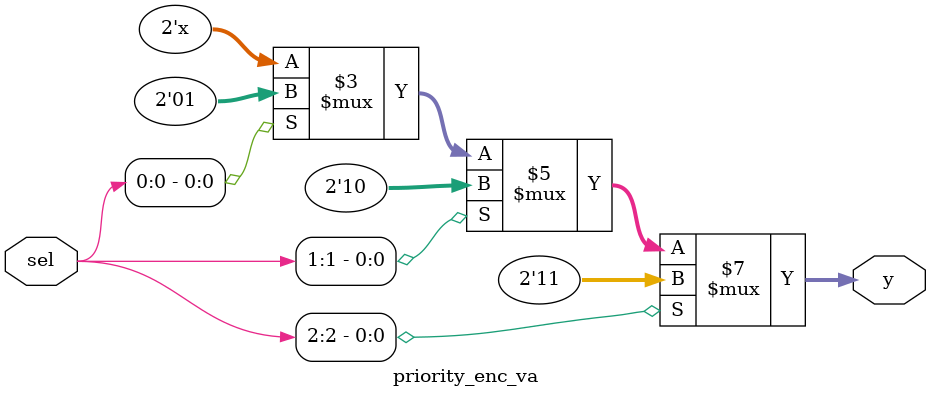
<source format=sv>
module priority_enc_va
(
  input logic [2 : 0] sel,
  output logic [1 : 0] y
);

  always_comb begin
    casez (sel) 
      3'b1?? : y = 2'b11;
      3'b?1? : y = 2'b10;
      3'b??1 : y = 2'b01;
    endcase
  end
endmodule



</source>
